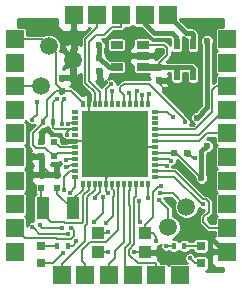
<source format=gbr>
G04 #@! TF.FileFunction,Copper,L1,Top,Signal*
%FSLAX46Y46*%
G04 Gerber Fmt 4.6, Leading zero omitted, Abs format (unit mm)*
G04 Created by KiCad (PCBNEW 4.0.7) date 07/19/18 20:32:37*
%MOMM*%
%LPD*%
G01*
G04 APERTURE LIST*
%ADD10C,0.100000*%
%ADD11R,1.500000X1.500000*%
%ADD12R,0.500000X0.600000*%
%ADD13R,0.600000X0.500000*%
%ADD14R,0.797560X0.797560*%
%ADD15R,0.400000X0.600000*%
%ADD16R,1.100000X1.900000*%
%ADD17R,0.500000X0.900000*%
%ADD18C,1.500000*%
%ADD19R,0.300000X0.550000*%
%ADD20R,0.550000X0.300000*%
%ADD21R,5.600000X5.600000*%
%ADD22R,1.000000X1.000000*%
%ADD23R,1.060000X0.650000*%
%ADD24C,0.600000*%
%ADD25C,0.400000*%
%ADD26C,0.200000*%
%ADD27C,0.400000*%
%ADD28C,0.600000*%
%ADD29C,0.254000*%
G04 APERTURE END LIST*
D10*
D11*
X100000000Y-90000000D03*
X100000000Y-88000000D03*
X100000000Y-86000000D03*
X100000000Y-84000000D03*
X100000000Y-96000000D03*
X100000000Y-94000000D03*
X100000000Y-98000000D03*
X100000000Y-92000000D03*
X100000000Y-80000000D03*
X100000000Y-82000000D03*
X104000000Y-100000000D03*
X106000000Y-100000000D03*
X108000000Y-100000000D03*
X110000000Y-100000000D03*
X114000000Y-100000000D03*
X112000000Y-100000000D03*
X118000000Y-86000000D03*
X118000000Y-84000000D03*
X118000000Y-90000000D03*
X118000000Y-88000000D03*
X118000000Y-80000000D03*
X118000000Y-82000000D03*
X118000000Y-96000000D03*
X118000000Y-94000000D03*
X118000000Y-98000000D03*
X118000000Y-92000000D03*
X107000000Y-78000000D03*
X109000000Y-78000000D03*
X105000000Y-78000000D03*
X111000000Y-78000000D03*
X113000000Y-78000000D03*
D12*
X103570000Y-92600000D03*
X103570000Y-91500000D03*
D13*
X103370000Y-89950000D03*
X102270000Y-89950000D03*
D12*
X102270000Y-92600000D03*
X102270000Y-91500000D03*
D13*
X103370000Y-88700000D03*
X102270000Y-88700000D03*
D12*
X112190000Y-82400000D03*
X112190000Y-83500000D03*
X107170000Y-81580000D03*
X107170000Y-82680000D03*
D13*
X113520000Y-89650000D03*
X114620000Y-89650000D03*
D12*
X103970000Y-84400000D03*
X103970000Y-83300000D03*
D14*
X115750000Y-98999300D03*
X115750000Y-97500700D03*
X102250000Y-98999300D03*
X102250000Y-97500700D03*
D15*
X102370000Y-87000000D03*
X103270000Y-87000000D03*
X113470000Y-97500000D03*
X114370000Y-97500000D03*
X104520000Y-97500000D03*
X103620000Y-97500000D03*
D16*
X102370000Y-94350000D03*
X104970000Y-94350000D03*
D17*
X115120000Y-83050000D03*
X115120000Y-80450000D03*
X113720000Y-83050000D03*
X113720000Y-80450000D03*
D18*
X113020000Y-95950000D03*
X114545000Y-94200000D03*
D19*
X105770000Y-92275000D03*
X106270000Y-92275000D03*
X106770000Y-92275000D03*
X107270000Y-92275000D03*
X107770000Y-92275000D03*
X108270000Y-92275000D03*
X108770000Y-92275000D03*
X109270000Y-92275000D03*
X109770000Y-92275000D03*
X110270000Y-92275000D03*
X110770000Y-92275000D03*
X111270000Y-92275000D03*
D20*
X111895000Y-91650000D03*
X111895000Y-91150000D03*
X111895000Y-90650000D03*
X111895000Y-90150000D03*
X111895000Y-89650000D03*
X111895000Y-89150000D03*
X111895000Y-88650000D03*
X111895000Y-88150000D03*
X111895000Y-87650000D03*
X111895000Y-87150000D03*
X111895000Y-86650000D03*
X111895000Y-86150000D03*
D19*
X111270000Y-85525000D03*
X110770000Y-85525000D03*
X110270000Y-85525000D03*
X109770000Y-85525000D03*
X109270000Y-85525000D03*
X108770000Y-85525000D03*
X108270000Y-85525000D03*
X107770000Y-85525000D03*
X107270000Y-85525000D03*
X106770000Y-85525000D03*
X106270000Y-85525000D03*
X105770000Y-85525000D03*
D20*
X105145000Y-86150000D03*
X105145000Y-86650000D03*
X105145000Y-87150000D03*
X105145000Y-87650000D03*
X105145000Y-88150000D03*
X105145000Y-88650000D03*
X105145000Y-89150000D03*
X105145000Y-89650000D03*
X105145000Y-90150000D03*
X105145000Y-90650000D03*
X105145000Y-91150000D03*
X105145000Y-91650000D03*
D21*
X108520000Y-88900000D03*
D22*
X111020000Y-96450000D03*
X107020000Y-98050000D03*
X111020000Y-98050000D03*
X107020000Y-96450000D03*
D18*
X102870000Y-80575000D03*
X104945000Y-81750000D03*
X102245000Y-84000000D03*
D23*
X110830000Y-82380000D03*
X110830000Y-81430000D03*
X110830000Y-80480000D03*
X108630000Y-80480000D03*
X108630000Y-82380000D03*
D24*
X114400000Y-81610000D03*
X101940000Y-78970000D03*
X112770000Y-84280000D03*
X107280000Y-83500000D03*
X109710000Y-81430000D03*
X112110000Y-81250000D03*
X105270000Y-83475000D03*
D25*
X116420000Y-95275000D03*
X116395000Y-92650000D03*
X116495000Y-91500000D03*
X107914719Y-98053846D03*
X101570000Y-89850000D03*
X107920000Y-93000000D03*
D24*
X106020000Y-84550000D03*
X105020000Y-79600000D03*
D25*
X110120000Y-98050000D03*
X104370000Y-88650000D03*
X115266793Y-90103207D03*
X102270000Y-90700000D03*
X102220000Y-88100000D03*
X116220000Y-96450000D03*
X108520000Y-88900000D03*
D24*
X107180000Y-80550000D03*
D25*
X107720000Y-95600000D03*
X104070000Y-98150000D03*
D24*
X115820000Y-91800000D03*
X116270000Y-89050000D03*
X115420000Y-86650000D03*
X116270000Y-80150000D03*
D25*
X114820000Y-98550000D03*
X112320000Y-93050000D03*
X104320000Y-90250000D03*
X112008302Y-97101622D03*
X107901802Y-96381802D03*
X112370000Y-92450000D03*
X104424727Y-88102727D03*
X103570000Y-85050000D03*
X112220000Y-93600000D03*
X104320000Y-90800000D03*
X104170016Y-92796054D03*
X102122388Y-95786858D03*
X104001028Y-96014385D03*
X111273521Y-93492756D03*
X115970011Y-94009607D03*
X114420000Y-87050000D03*
X106790865Y-93449990D03*
X103970147Y-87213193D03*
X104220000Y-85050002D03*
X104795540Y-96000011D03*
X112870000Y-90750000D03*
X101494365Y-95925564D03*
X104518987Y-96497324D03*
X113270000Y-90300000D03*
X113370000Y-86600000D03*
X111370000Y-84700000D03*
X110774027Y-84765738D03*
X110366276Y-84396629D03*
X101450643Y-86830338D03*
X101857968Y-85319838D03*
X109720000Y-84600000D03*
X108275710Y-84425983D03*
X108176359Y-83788012D03*
X105212625Y-97106102D03*
X107493822Y-93376516D03*
X106720000Y-95481248D03*
X104520000Y-87200000D03*
X112820000Y-97550000D03*
X110620000Y-95500000D03*
X110520000Y-93700000D03*
X104720000Y-93000000D03*
D26*
X112190000Y-83500000D02*
X112190000Y-83700000D01*
X112190000Y-83700000D02*
X112770000Y-84280000D01*
X107170000Y-82680000D02*
X107170000Y-83390000D01*
X107170000Y-83390000D02*
X107280000Y-83500000D01*
D27*
X110830000Y-81430000D02*
X109710000Y-81430000D01*
X110830000Y-81430000D02*
X111930000Y-81430000D01*
X111930000Y-81430000D02*
X112110000Y-81250000D01*
D28*
X104945000Y-81750000D02*
X104945000Y-83150000D01*
X104945000Y-83150000D02*
X105270000Y-83475000D01*
X104945000Y-80900000D02*
X105020000Y-80825000D01*
X105020000Y-80825000D02*
X105020000Y-79600000D01*
X104945000Y-81750000D02*
X104945000Y-80900000D01*
D26*
X116770000Y-94925000D02*
X116420000Y-95275000D01*
X116770023Y-94925000D02*
X116770000Y-94925000D01*
X116395000Y-92650000D02*
X116395000Y-93273604D01*
X116395000Y-93273604D02*
X116770023Y-93648627D01*
X116770023Y-93648627D02*
X116770023Y-94925000D01*
X116495000Y-91500000D02*
X116495000Y-92550000D01*
X116495000Y-92550000D02*
X116395000Y-92650000D01*
X107910873Y-98050000D02*
X107914719Y-98053846D01*
X107020000Y-98050000D02*
X107910873Y-98050000D01*
X101570000Y-89850000D02*
X102170000Y-89850000D01*
X102170000Y-89850000D02*
X102270000Y-89950000D01*
X107770000Y-92275000D02*
X107770000Y-92850000D01*
X107770000Y-92850000D02*
X107920000Y-93000000D01*
X106270000Y-85525000D02*
X106270000Y-84800000D01*
X106270000Y-84800000D02*
X106020000Y-84550000D01*
X105000000Y-78000000D02*
X105000000Y-79580000D01*
X105000000Y-79580000D02*
X105020000Y-79600000D01*
X111020000Y-98050000D02*
X110120000Y-98050000D01*
X105145000Y-88650000D02*
X104370000Y-88650000D01*
X115123207Y-90103207D02*
X115266793Y-90103207D01*
X114670000Y-89650000D02*
X115123207Y-90103207D01*
X114620000Y-89650000D02*
X114670000Y-89650000D01*
X102270000Y-88700000D02*
X102270000Y-88150000D01*
X102270000Y-88150000D02*
X102220000Y-88100000D01*
D27*
X118000000Y-98000000D02*
X117770000Y-98000000D01*
X117770000Y-98000000D02*
X116220000Y-96450000D01*
D26*
X103570000Y-91500000D02*
X103070000Y-91500000D01*
X103070000Y-91500000D02*
X102270000Y-90700000D01*
X102270000Y-91500000D02*
X102270000Y-90700000D01*
X102270000Y-89950000D02*
X102270000Y-90700000D01*
X106270000Y-85525000D02*
X106270000Y-86650000D01*
X106270000Y-86650000D02*
X108520000Y-88900000D01*
X105145000Y-88650000D02*
X108270000Y-88650000D01*
X108270000Y-88650000D02*
X108520000Y-88900000D01*
X111895000Y-89150000D02*
X108770000Y-89150000D01*
X108770000Y-89150000D02*
X108520000Y-88900000D01*
X107770000Y-92275000D02*
X107770000Y-91800000D01*
X107770000Y-91800000D02*
X108520000Y-91050000D01*
X108520000Y-91050000D02*
X108520000Y-88900000D01*
X104970000Y-93550000D02*
X104970000Y-93950000D01*
X105770000Y-92750000D02*
X104970000Y-93550000D01*
X104970000Y-93950000D02*
X104970000Y-94350000D01*
X105770000Y-92275000D02*
X105770000Y-92750000D01*
X103570000Y-93100000D02*
X104820000Y-94350000D01*
X103570000Y-92600000D02*
X103570000Y-93100000D01*
X104820000Y-94350000D02*
X104970000Y-94350000D01*
D27*
X116270000Y-80150000D02*
X116296966Y-80176966D01*
X116296966Y-80176966D02*
X116296966Y-85773034D01*
X116296966Y-85773034D02*
X115420000Y-86650000D01*
X107170000Y-81580000D02*
X107170000Y-80560000D01*
X107170000Y-80560000D02*
X107180000Y-80550000D01*
X108630000Y-82380000D02*
X107970000Y-82380000D01*
X107970000Y-82380000D02*
X107170000Y-81580000D01*
D26*
X102870000Y-80575000D02*
X102882923Y-80575000D01*
X102882923Y-80575000D02*
X103464732Y-81156809D01*
X102307923Y-80000000D02*
X102307923Y-80012923D01*
X102307923Y-80012923D02*
X102870000Y-80575000D01*
X100000000Y-80000000D02*
X102307923Y-80000000D01*
X103464732Y-81156809D02*
X103464732Y-83832336D01*
X103464732Y-83832336D02*
X103970000Y-84337604D01*
X103970000Y-84337604D02*
X103970000Y-84400000D01*
D27*
X115820000Y-91375736D02*
X115820000Y-91800000D01*
X115820000Y-89500000D02*
X115820000Y-91375736D01*
X116270000Y-89050000D02*
X115820000Y-89500000D01*
D26*
X108270000Y-92275000D02*
X108270000Y-92700000D01*
X108270000Y-92700000D02*
X108388005Y-92818005D01*
X108388005Y-92818005D02*
X108388005Y-93331995D01*
X108388005Y-93331995D02*
X108320000Y-93400000D01*
X108320000Y-93400000D02*
X108320000Y-95000000D01*
X108320000Y-95000000D02*
X107720000Y-95600000D01*
X115820000Y-91800000D02*
X113670000Y-89650000D01*
X113670000Y-89650000D02*
X113520000Y-89650000D01*
X105770000Y-85400000D02*
X105770000Y-85525000D01*
X104770000Y-84400000D02*
X105770000Y-85400000D01*
X103970000Y-84400000D02*
X104770000Y-84400000D01*
X102570001Y-89200001D02*
X101769999Y-89200001D01*
X103320000Y-89950000D02*
X102570001Y-89200001D01*
X101769999Y-89200001D02*
X101520000Y-88950002D01*
X103370000Y-89950000D02*
X103320000Y-89950000D01*
X101520000Y-87950000D02*
X102370000Y-87100000D01*
X102370000Y-87100000D02*
X102370000Y-87000000D01*
X101520000Y-88950002D02*
X101520000Y-87950000D01*
X102770000Y-85150000D02*
X103520000Y-84400000D01*
X102770000Y-86500000D02*
X102770000Y-85150000D01*
X103520000Y-84400000D02*
X103970000Y-84400000D01*
X102370000Y-86900000D02*
X102770000Y-86500000D01*
X102370000Y-87000000D02*
X102370000Y-86900000D01*
D27*
X103920000Y-84450000D02*
X103970000Y-84400000D01*
D26*
X111895000Y-89650000D02*
X113520000Y-89650000D01*
X103370000Y-89950000D02*
X103670000Y-89650000D01*
X103670000Y-89650000D02*
X105145000Y-89650000D01*
X102250000Y-98999300D02*
X103220700Y-98999300D01*
X103220700Y-98999300D02*
X104070000Y-98150000D01*
X115750000Y-98999300D02*
X115269300Y-98999300D01*
X115269300Y-98999300D02*
X114820000Y-98550000D01*
X105720001Y-95550001D02*
X105770001Y-95500001D01*
X106270000Y-92750000D02*
X106270000Y-92275000D01*
X104228182Y-95550001D02*
X105720001Y-95550001D01*
X105770001Y-95500001D02*
X105770001Y-93249999D01*
X102370000Y-94350000D02*
X102370000Y-94750000D01*
X103120000Y-95500000D02*
X104178181Y-95500000D01*
X102370000Y-94750000D02*
X103120000Y-95500000D01*
X104178181Y-95500000D02*
X104228182Y-95550001D01*
X105770001Y-93249999D02*
X106270000Y-92750000D01*
X102270000Y-92600000D02*
X102270000Y-94250000D01*
X102270000Y-94250000D02*
X102370000Y-94350000D01*
X103370000Y-88700000D02*
X103820000Y-89150000D01*
X103820000Y-89150000D02*
X105145000Y-89150000D01*
X109000000Y-78000000D02*
X108999999Y-78950001D01*
X106325699Y-83546705D02*
X107270000Y-84491006D01*
X108999999Y-78950001D02*
X108250001Y-78950001D01*
X108250001Y-78950001D02*
X107544791Y-79655211D01*
X107544791Y-79655211D02*
X106921017Y-79655211D01*
X106325699Y-80250529D02*
X106325699Y-83546705D01*
X106921017Y-79655211D02*
X106325699Y-80250529D01*
X107270000Y-84491006D02*
X107270000Y-85525000D01*
X107000000Y-78000000D02*
X107000000Y-78950000D01*
X107000000Y-78950000D02*
X105958374Y-79991626D01*
X105958374Y-79991626D02*
X105958374Y-83708371D01*
X105958374Y-83708371D02*
X106770000Y-84519997D01*
X106770000Y-84519997D02*
X106770000Y-85050000D01*
X106770000Y-85050000D02*
X106770000Y-85525000D01*
X112320000Y-93050000D02*
X113395000Y-93050000D01*
X113395000Y-93050000D02*
X114545000Y-94200000D01*
X105145000Y-90150000D02*
X104420000Y-90150000D01*
X104420000Y-90150000D02*
X104320000Y-90250000D01*
X100000000Y-84000000D02*
X100950000Y-84000000D01*
X100950000Y-84000000D02*
X102245000Y-84000000D01*
X112008302Y-96818780D02*
X112008302Y-97101622D01*
X112008302Y-96738302D02*
X112008302Y-96818780D01*
X111720000Y-96450000D02*
X112008302Y-96738302D01*
X111020000Y-96450000D02*
X111720000Y-96450000D01*
X107020000Y-96450000D02*
X107833604Y-96450000D01*
X107833604Y-96450000D02*
X107901802Y-96381802D01*
X112370000Y-92450000D02*
X112253998Y-92450000D01*
X112253998Y-92450000D02*
X111723522Y-92980476D01*
X111723522Y-92980476D02*
X111723522Y-95046478D01*
X111723522Y-95046478D02*
X111020000Y-95750000D01*
X111020000Y-95750000D02*
X111020000Y-96450000D01*
X104670000Y-87650000D02*
X104424727Y-87895273D01*
X104424727Y-87895273D02*
X104424727Y-88102727D01*
X104656805Y-87663195D02*
X104670000Y-87650000D01*
X103270000Y-87500000D02*
X103433195Y-87663195D01*
X103270000Y-87000000D02*
X103270000Y-87500000D01*
X103433195Y-87663195D02*
X104656805Y-87663195D01*
X104670000Y-87650000D02*
X105145000Y-87650000D01*
X103270000Y-87000000D02*
X103270000Y-85350000D01*
X103270000Y-85350000D02*
X103570000Y-85050000D01*
X112220000Y-93600000D02*
X113020000Y-94400000D01*
X113020000Y-94400000D02*
X113020000Y-95950000D01*
X105145000Y-90650000D02*
X104670000Y-90650000D01*
X104670000Y-90650000D02*
X104520000Y-90800000D01*
X104520000Y-90800000D02*
X104320000Y-90800000D01*
X110000000Y-100000000D02*
X109319987Y-99319987D01*
X109319987Y-97689019D02*
X109770000Y-97239006D01*
X109770000Y-97239006D02*
X109770000Y-94110992D01*
X109719988Y-94060980D02*
X109719988Y-92800012D01*
X109719988Y-92800012D02*
X109770000Y-92750000D01*
X109770000Y-92750000D02*
X109770000Y-92275000D01*
X109319987Y-99319987D02*
X109319987Y-97689019D01*
X109770000Y-94110992D02*
X109719988Y-94060980D01*
X110069999Y-93483999D02*
X110069999Y-93916001D01*
X112000000Y-99050000D02*
X112000000Y-100000000D01*
X110403995Y-98999999D02*
X111949999Y-98999999D01*
X109669998Y-97833998D02*
X109669998Y-98266002D01*
X110136061Y-97367935D02*
X109669998Y-97833998D01*
X110069999Y-93916001D02*
X110136061Y-93982063D01*
X111949999Y-98999999D02*
X112000000Y-99050000D01*
X110136061Y-93982063D02*
X110136061Y-97367935D01*
X110270000Y-92275000D02*
X110270000Y-93283998D01*
X109669998Y-98266002D02*
X110403995Y-98999999D01*
X110270000Y-93283998D02*
X110069999Y-93483999D01*
X104170016Y-92513212D02*
X104170016Y-92796054D01*
X104170016Y-91649984D02*
X104170016Y-92513212D01*
X104670000Y-91150000D02*
X104170016Y-91649984D01*
X105145000Y-91150000D02*
X104670000Y-91150000D01*
X102322387Y-95986857D02*
X102122388Y-95786858D01*
X102349915Y-96014385D02*
X102322387Y-95986857D01*
X104001028Y-96014385D02*
X102349915Y-96014385D01*
X111270000Y-92275000D02*
X111270000Y-93489235D01*
X111270000Y-93489235D02*
X111273521Y-93492756D01*
X111895000Y-91650000D02*
X113505910Y-91650000D01*
X115865517Y-94009607D02*
X115970011Y-94009607D01*
X113505910Y-91650000D02*
X115865517Y-94009607D01*
X117050000Y-96000000D02*
X118000000Y-96000000D01*
X115969998Y-95491002D02*
X116478996Y-96000000D01*
X115969998Y-95058998D02*
X115969998Y-95491002D01*
X116420013Y-93793605D02*
X116420013Y-94608983D01*
X115943609Y-93559605D02*
X116186013Y-93559605D01*
X113584005Y-91200001D02*
X115943609Y-93559605D01*
X111895000Y-91150000D02*
X112370000Y-91150000D01*
X116186013Y-93559605D02*
X116420013Y-93793605D01*
X112420001Y-91200001D02*
X113584005Y-91200001D01*
X116420013Y-94608983D02*
X115969998Y-95058998D01*
X112370000Y-91150000D02*
X112420001Y-91200001D01*
X116478996Y-96000000D02*
X117050000Y-96000000D01*
X109270000Y-85525000D02*
X109270000Y-84768692D01*
X109270000Y-84768692D02*
X108919999Y-84418691D01*
X111338480Y-83786083D02*
X114420000Y-86867603D01*
X114420000Y-86867603D02*
X114420000Y-87050000D01*
X108919999Y-84418691D02*
X108919999Y-84085999D01*
X108919999Y-84085999D02*
X109219915Y-83786083D01*
X109219915Y-83786083D02*
X111338480Y-83786083D01*
X105919333Y-97130667D02*
X105919333Y-95845659D01*
X105919333Y-95845659D02*
X106120012Y-95644980D01*
X106120012Y-95644980D02*
X106120012Y-93399988D01*
X104000000Y-99050000D02*
X105919333Y-97130667D01*
X104000000Y-100000000D02*
X104000000Y-99050000D01*
X106770000Y-92750000D02*
X106770000Y-92275000D01*
X106120012Y-93399988D02*
X106770000Y-92750000D01*
X106990864Y-93249991D02*
X106790865Y-93449990D01*
X107270000Y-92934336D02*
X106990864Y-93213472D01*
X107270000Y-92275000D02*
X107270000Y-92934336D01*
X106990864Y-93213472D02*
X106990864Y-93249991D01*
X103970147Y-86930351D02*
X103970147Y-87213193D01*
X103970147Y-85299855D02*
X103970147Y-86930351D01*
X104220000Y-85050002D02*
X103970147Y-85299855D01*
X106353995Y-97200001D02*
X107720001Y-97200001D01*
X105719998Y-97833998D02*
X106353995Y-97200001D01*
X105719998Y-98769998D02*
X105719998Y-97833998D01*
X106000000Y-100000000D02*
X106000000Y-99050000D01*
X108770000Y-92750000D02*
X108770000Y-92275000D01*
X108770000Y-96150002D02*
X108770000Y-92750000D01*
X107720001Y-97200001D02*
X108770000Y-96150002D01*
X106000000Y-99050000D02*
X105719998Y-98769998D01*
X108000000Y-100000000D02*
X108000000Y-99050000D01*
X108000000Y-99050000D02*
X108499222Y-98550778D01*
X108499222Y-98550778D02*
X108499222Y-97936782D01*
X108499222Y-97936782D02*
X109270000Y-97166004D01*
X109270000Y-97166004D02*
X109270000Y-92750000D01*
X109270000Y-92750000D02*
X109270000Y-92275000D01*
X103505915Y-96851919D02*
X103601322Y-96947326D01*
X104734989Y-96947326D02*
X104995539Y-96686776D01*
X103601322Y-96947326D02*
X104734989Y-96947326D01*
X100851919Y-96851919D02*
X103505915Y-96851919D01*
X104995539Y-96686776D02*
X104995539Y-96200010D01*
X100000000Y-96000000D02*
X100851919Y-96851919D01*
X104995539Y-96200010D02*
X104795540Y-96000011D01*
X111895000Y-90650000D02*
X112770000Y-90650000D01*
X112770000Y-90650000D02*
X112870000Y-90750000D01*
X111945000Y-90700000D02*
X111895000Y-90650000D01*
X101694364Y-96125563D02*
X101494365Y-95925564D01*
X104518987Y-96497324D02*
X102066125Y-96497324D01*
X102066125Y-96497324D02*
X101694364Y-96125563D01*
X113270000Y-90300000D02*
X113120000Y-90150000D01*
X113120000Y-90150000D02*
X111895000Y-90150000D01*
X115605998Y-88650000D02*
X116255998Y-88000000D01*
X111895000Y-88650000D02*
X115605998Y-88650000D01*
X117050000Y-88000000D02*
X118000000Y-88000000D01*
X116255998Y-88000000D02*
X117050000Y-88000000D01*
X111895000Y-88150000D02*
X115611008Y-88150000D01*
X117761008Y-86000000D02*
X118000000Y-86000000D01*
X115611008Y-88150000D02*
X117761008Y-86000000D01*
X117050000Y-84000000D02*
X118000000Y-84000000D01*
X116746977Y-86173023D02*
X116746977Y-84303023D01*
X115270000Y-87650000D02*
X116746977Y-86173023D01*
X111895000Y-87650000D02*
X115270000Y-87650000D01*
X116746977Y-84303023D02*
X117050000Y-84000000D01*
X111895000Y-86150000D02*
X112920000Y-86150000D01*
X112920000Y-86150000D02*
X113370000Y-86600000D01*
X111270000Y-85525000D02*
X111270000Y-84800000D01*
X111270000Y-84800000D02*
X111370000Y-84700000D01*
X110770000Y-84769765D02*
X110774027Y-84765738D01*
X110770000Y-85525000D02*
X110770000Y-84769765D01*
X110270000Y-85525000D02*
X110270000Y-84492905D01*
X110270000Y-84492905D02*
X110366276Y-84396629D01*
X101857968Y-86423013D02*
X101650642Y-86630339D01*
X101857968Y-85319838D02*
X101857968Y-86423013D01*
X101650642Y-86630339D02*
X101450643Y-86830338D01*
X109770000Y-85525000D02*
X109770000Y-84650000D01*
X109770000Y-84650000D02*
X109720000Y-84600000D01*
X108270000Y-85525000D02*
X108270000Y-84431693D01*
X108270000Y-84431693D02*
X108275710Y-84425983D01*
X107770000Y-84194371D02*
X107976360Y-83988011D01*
X107770000Y-85525000D02*
X107770000Y-84194371D01*
X107976360Y-83988011D02*
X108176359Y-83788012D01*
X105212625Y-97207375D02*
X105212625Y-97106102D01*
X104520000Y-97500000D02*
X104920000Y-97500000D01*
X104920000Y-97500000D02*
X105212625Y-97207375D01*
X107493822Y-94707426D02*
X107493822Y-93659358D01*
X107493822Y-93659358D02*
X107493822Y-93376516D01*
X106720000Y-95481248D02*
X107493822Y-94707426D01*
X105145000Y-87150000D02*
X104570000Y-87150000D01*
X104570000Y-87150000D02*
X104520000Y-87200000D01*
X112820000Y-97550000D02*
X113420000Y-97550000D01*
X113420000Y-97550000D02*
X113470000Y-97500000D01*
X110520000Y-93700000D02*
X110520000Y-95400000D01*
X110520000Y-95400000D02*
X110620000Y-95500000D01*
X105145000Y-91650000D02*
X105145000Y-92575000D01*
X105145000Y-92575000D02*
X104720000Y-93000000D01*
X110830000Y-80480000D02*
X112666312Y-80480000D01*
X112666312Y-80480000D02*
X112915712Y-80729400D01*
X112915712Y-80729400D02*
X112915712Y-81340635D01*
X112915712Y-81340635D02*
X112190000Y-82066347D01*
X112190000Y-82066347D02*
X112190000Y-82400000D01*
D27*
X113520000Y-82400000D02*
X114940000Y-82400000D01*
X114940000Y-82400000D02*
X115120000Y-82580000D01*
X115120000Y-82580000D02*
X115120000Y-83050000D01*
X113520000Y-82400000D02*
X113720000Y-82600000D01*
X113720000Y-82600000D02*
X113720000Y-83050000D01*
X112190000Y-82400000D02*
X113520000Y-82400000D01*
D28*
X110830000Y-82380000D02*
X112170000Y-82380000D01*
X112170000Y-82380000D02*
X112190000Y-82400000D01*
D27*
X113000000Y-78000000D02*
X114500000Y-79500000D01*
X114500000Y-79500000D02*
X115020000Y-79500000D01*
X115020000Y-79500000D02*
X115120000Y-79600000D01*
X115120000Y-79600000D02*
X115120000Y-80450000D01*
X113720000Y-80450000D02*
X113720000Y-80250000D01*
X113670000Y-80200000D02*
X113670000Y-79850000D01*
X113720000Y-80250000D02*
X113670000Y-80200000D01*
X111000000Y-78731110D02*
X111000000Y-78000000D01*
X113670000Y-79850000D02*
X113320000Y-79500000D01*
X113320000Y-79500000D02*
X111768890Y-79500000D01*
X111768890Y-79500000D02*
X111000000Y-78731110D01*
D26*
X103620000Y-97500000D02*
X102250700Y-97500000D01*
X102250700Y-97500000D02*
X102250000Y-97500700D01*
X115749300Y-97500000D02*
X115750000Y-97500700D01*
X114370000Y-97500000D02*
X115749300Y-97500000D01*
D29*
G36*
X113602821Y-93790980D02*
X113518179Y-93994821D01*
X113517822Y-94403387D01*
X113673844Y-94780989D01*
X113962492Y-95070140D01*
X114339821Y-95226821D01*
X114748387Y-95227178D01*
X115125989Y-95071156D01*
X115415140Y-94782508D01*
X115571821Y-94405179D01*
X115571925Y-94285996D01*
X115699459Y-94413752D01*
X115874714Y-94486524D01*
X116009196Y-94486642D01*
X115703419Y-94792419D01*
X115621695Y-94914726D01*
X115592998Y-95058998D01*
X115592998Y-95491002D01*
X115621695Y-95635274D01*
X115703419Y-95757581D01*
X116212417Y-96266579D01*
X116334724Y-96348303D01*
X116478996Y-96377000D01*
X116967574Y-96377000D01*
X116967574Y-96679666D01*
X116890302Y-96711673D01*
X116711673Y-96890301D01*
X116615000Y-97123690D01*
X116615000Y-97714250D01*
X116773750Y-97873000D01*
X117673000Y-97873000D01*
X117673000Y-98127000D01*
X116773750Y-98127000D01*
X116615000Y-98285750D01*
X116615000Y-98876310D01*
X116711673Y-99109699D01*
X116890302Y-99288327D01*
X117123691Y-99385000D01*
X117673000Y-99385000D01*
X117673000Y-99673000D01*
X116188671Y-99673000D01*
X116251430Y-99661191D01*
X116345707Y-99600525D01*
X116408955Y-99507960D01*
X116431206Y-99398080D01*
X116431206Y-98600520D01*
X116411891Y-98497870D01*
X116351225Y-98403593D01*
X116258660Y-98340345D01*
X116148780Y-98318094D01*
X115351220Y-98318094D01*
X115248570Y-98337409D01*
X115248336Y-98337559D01*
X115224617Y-98280154D01*
X115090552Y-98145855D01*
X114915297Y-98073083D01*
X114725535Y-98072917D01*
X114550154Y-98145383D01*
X114415855Y-98279448D01*
X114343083Y-98454703D01*
X114342917Y-98644465D01*
X114415383Y-98819846D01*
X114549448Y-98954145D01*
X114581789Y-98967574D01*
X113250000Y-98967574D01*
X113147350Y-98986889D01*
X113053073Y-99047555D01*
X112999421Y-99126076D01*
X112952445Y-99053073D01*
X112859880Y-98989825D01*
X112750000Y-98967574D01*
X112360605Y-98967574D01*
X112348303Y-98905728D01*
X112266579Y-98783421D01*
X112216578Y-98733420D01*
X112149821Y-98688814D01*
X112155000Y-98676310D01*
X112155000Y-98335750D01*
X111996250Y-98177000D01*
X111147000Y-98177000D01*
X111147000Y-98197000D01*
X110893000Y-98197000D01*
X110893000Y-98177000D01*
X110873000Y-98177000D01*
X110873000Y-97923000D01*
X110893000Y-97923000D01*
X110893000Y-97903000D01*
X111147000Y-97903000D01*
X111147000Y-97923000D01*
X111996250Y-97923000D01*
X112155000Y-97764250D01*
X112155000Y-97557123D01*
X112278148Y-97506239D01*
X112352505Y-97432011D01*
X112343083Y-97454703D01*
X112342917Y-97644465D01*
X112415383Y-97819846D01*
X112549448Y-97954145D01*
X112724703Y-98026917D01*
X112914465Y-98027083D01*
X113050730Y-97970780D01*
X113067555Y-97996927D01*
X113160120Y-98060175D01*
X113270000Y-98082426D01*
X113670000Y-98082426D01*
X113772650Y-98063111D01*
X113866927Y-98002445D01*
X113920579Y-97923924D01*
X113967555Y-97996927D01*
X114060120Y-98060175D01*
X114170000Y-98082426D01*
X114570000Y-98082426D01*
X114672650Y-98063111D01*
X114766927Y-98002445D01*
X114830175Y-97909880D01*
X114836833Y-97877000D01*
X115068794Y-97877000D01*
X115068794Y-97899480D01*
X115088109Y-98002130D01*
X115148775Y-98096407D01*
X115241340Y-98159655D01*
X115351220Y-98181906D01*
X116148780Y-98181906D01*
X116251430Y-98162591D01*
X116345707Y-98101925D01*
X116408955Y-98009360D01*
X116431206Y-97899480D01*
X116431206Y-97101920D01*
X116411891Y-96999270D01*
X116351225Y-96904993D01*
X116258660Y-96841745D01*
X116148780Y-96819494D01*
X115351220Y-96819494D01*
X115248570Y-96838809D01*
X115154293Y-96899475D01*
X115091045Y-96992040D01*
X115068794Y-97101920D01*
X115068794Y-97123000D01*
X114837937Y-97123000D01*
X114833111Y-97097350D01*
X114772445Y-97003073D01*
X114679880Y-96939825D01*
X114570000Y-96917574D01*
X114170000Y-96917574D01*
X114067350Y-96936889D01*
X113973073Y-96997555D01*
X113919421Y-97076076D01*
X113872445Y-97003073D01*
X113779880Y-96939825D01*
X113670000Y-96917574D01*
X113367640Y-96917574D01*
X113600989Y-96821156D01*
X113890140Y-96532508D01*
X114046821Y-96155179D01*
X114047178Y-95746613D01*
X113891156Y-95369011D01*
X113602508Y-95079860D01*
X113397000Y-94994525D01*
X113397000Y-94400000D01*
X113368303Y-94255728D01*
X113286579Y-94133421D01*
X112697049Y-93543891D01*
X112697083Y-93505535D01*
X112664633Y-93427000D01*
X113238842Y-93427000D01*
X113602821Y-93790980D01*
X113602821Y-93790980D01*
G37*
X113602821Y-93790980D02*
X113518179Y-93994821D01*
X113517822Y-94403387D01*
X113673844Y-94780989D01*
X113962492Y-95070140D01*
X114339821Y-95226821D01*
X114748387Y-95227178D01*
X115125989Y-95071156D01*
X115415140Y-94782508D01*
X115571821Y-94405179D01*
X115571925Y-94285996D01*
X115699459Y-94413752D01*
X115874714Y-94486524D01*
X116009196Y-94486642D01*
X115703419Y-94792419D01*
X115621695Y-94914726D01*
X115592998Y-95058998D01*
X115592998Y-95491002D01*
X115621695Y-95635274D01*
X115703419Y-95757581D01*
X116212417Y-96266579D01*
X116334724Y-96348303D01*
X116478996Y-96377000D01*
X116967574Y-96377000D01*
X116967574Y-96679666D01*
X116890302Y-96711673D01*
X116711673Y-96890301D01*
X116615000Y-97123690D01*
X116615000Y-97714250D01*
X116773750Y-97873000D01*
X117673000Y-97873000D01*
X117673000Y-98127000D01*
X116773750Y-98127000D01*
X116615000Y-98285750D01*
X116615000Y-98876310D01*
X116711673Y-99109699D01*
X116890302Y-99288327D01*
X117123691Y-99385000D01*
X117673000Y-99385000D01*
X117673000Y-99673000D01*
X116188671Y-99673000D01*
X116251430Y-99661191D01*
X116345707Y-99600525D01*
X116408955Y-99507960D01*
X116431206Y-99398080D01*
X116431206Y-98600520D01*
X116411891Y-98497870D01*
X116351225Y-98403593D01*
X116258660Y-98340345D01*
X116148780Y-98318094D01*
X115351220Y-98318094D01*
X115248570Y-98337409D01*
X115248336Y-98337559D01*
X115224617Y-98280154D01*
X115090552Y-98145855D01*
X114915297Y-98073083D01*
X114725535Y-98072917D01*
X114550154Y-98145383D01*
X114415855Y-98279448D01*
X114343083Y-98454703D01*
X114342917Y-98644465D01*
X114415383Y-98819846D01*
X114549448Y-98954145D01*
X114581789Y-98967574D01*
X113250000Y-98967574D01*
X113147350Y-98986889D01*
X113053073Y-99047555D01*
X112999421Y-99126076D01*
X112952445Y-99053073D01*
X112859880Y-98989825D01*
X112750000Y-98967574D01*
X112360605Y-98967574D01*
X112348303Y-98905728D01*
X112266579Y-98783421D01*
X112216578Y-98733420D01*
X112149821Y-98688814D01*
X112155000Y-98676310D01*
X112155000Y-98335750D01*
X111996250Y-98177000D01*
X111147000Y-98177000D01*
X111147000Y-98197000D01*
X110893000Y-98197000D01*
X110893000Y-98177000D01*
X110873000Y-98177000D01*
X110873000Y-97923000D01*
X110893000Y-97923000D01*
X110893000Y-97903000D01*
X111147000Y-97903000D01*
X111147000Y-97923000D01*
X111996250Y-97923000D01*
X112155000Y-97764250D01*
X112155000Y-97557123D01*
X112278148Y-97506239D01*
X112352505Y-97432011D01*
X112343083Y-97454703D01*
X112342917Y-97644465D01*
X112415383Y-97819846D01*
X112549448Y-97954145D01*
X112724703Y-98026917D01*
X112914465Y-98027083D01*
X113050730Y-97970780D01*
X113067555Y-97996927D01*
X113160120Y-98060175D01*
X113270000Y-98082426D01*
X113670000Y-98082426D01*
X113772650Y-98063111D01*
X113866927Y-98002445D01*
X113920579Y-97923924D01*
X113967555Y-97996927D01*
X114060120Y-98060175D01*
X114170000Y-98082426D01*
X114570000Y-98082426D01*
X114672650Y-98063111D01*
X114766927Y-98002445D01*
X114830175Y-97909880D01*
X114836833Y-97877000D01*
X115068794Y-97877000D01*
X115068794Y-97899480D01*
X115088109Y-98002130D01*
X115148775Y-98096407D01*
X115241340Y-98159655D01*
X115351220Y-98181906D01*
X116148780Y-98181906D01*
X116251430Y-98162591D01*
X116345707Y-98101925D01*
X116408955Y-98009360D01*
X116431206Y-97899480D01*
X116431206Y-97101920D01*
X116411891Y-96999270D01*
X116351225Y-96904993D01*
X116258660Y-96841745D01*
X116148780Y-96819494D01*
X115351220Y-96819494D01*
X115248570Y-96838809D01*
X115154293Y-96899475D01*
X115091045Y-96992040D01*
X115068794Y-97101920D01*
X115068794Y-97123000D01*
X114837937Y-97123000D01*
X114833111Y-97097350D01*
X114772445Y-97003073D01*
X114679880Y-96939825D01*
X114570000Y-96917574D01*
X114170000Y-96917574D01*
X114067350Y-96936889D01*
X113973073Y-96997555D01*
X113919421Y-97076076D01*
X113872445Y-97003073D01*
X113779880Y-96939825D01*
X113670000Y-96917574D01*
X113367640Y-96917574D01*
X113600989Y-96821156D01*
X113890140Y-96532508D01*
X114046821Y-96155179D01*
X114047178Y-95746613D01*
X113891156Y-95369011D01*
X113602508Y-95079860D01*
X113397000Y-94994525D01*
X113397000Y-94400000D01*
X113368303Y-94255728D01*
X113286579Y-94133421D01*
X112697049Y-93543891D01*
X112697083Y-93505535D01*
X112664633Y-93427000D01*
X113238842Y-93427000D01*
X113602821Y-93790980D01*
G36*
X107147000Y-97923000D02*
X107167000Y-97923000D01*
X107167000Y-98177000D01*
X107147000Y-98177000D01*
X107147000Y-98197000D01*
X106893000Y-98197000D01*
X106893000Y-98177000D01*
X106873000Y-98177000D01*
X106873000Y-97923000D01*
X106893000Y-97923000D01*
X106893000Y-97903000D01*
X107147000Y-97903000D01*
X107147000Y-97923000D01*
X107147000Y-97923000D01*
G37*
X107147000Y-97923000D02*
X107167000Y-97923000D01*
X107167000Y-98177000D01*
X107147000Y-98177000D01*
X107147000Y-98197000D01*
X106893000Y-98197000D01*
X106893000Y-98177000D01*
X106873000Y-98177000D01*
X106873000Y-97923000D01*
X106893000Y-97923000D01*
X106893000Y-97903000D01*
X107147000Y-97903000D01*
X107147000Y-97923000D01*
G36*
X100973560Y-86924803D02*
X101046026Y-87100184D01*
X101180091Y-87234483D01*
X101355346Y-87307255D01*
X101545108Y-87307421D01*
X101688788Y-87248054D01*
X101253421Y-87683421D01*
X101171697Y-87805728D01*
X101143000Y-87950000D01*
X101143000Y-88950002D01*
X101171697Y-89094274D01*
X101253421Y-89216581D01*
X101415701Y-89378861D01*
X101335000Y-89573690D01*
X101335000Y-89666250D01*
X101493750Y-89825000D01*
X102143000Y-89825000D01*
X102143000Y-89803000D01*
X102397000Y-89803000D01*
X102397000Y-89825000D01*
X102417000Y-89825000D01*
X102417000Y-90075000D01*
X102397000Y-90075000D01*
X102397000Y-90676250D01*
X102419750Y-90699000D01*
X102395000Y-90723750D01*
X102395000Y-91373000D01*
X103445000Y-91373000D01*
X103445000Y-90723750D01*
X103286250Y-90565000D01*
X103193690Y-90565000D01*
X103038916Y-90629110D01*
X103108327Y-90559699D01*
X103140335Y-90482426D01*
X103670000Y-90482426D01*
X103772650Y-90463111D01*
X103866885Y-90402472D01*
X103915383Y-90519846D01*
X103920420Y-90524891D01*
X103915855Y-90529448D01*
X103901093Y-90565000D01*
X103853750Y-90565000D01*
X103695000Y-90723750D01*
X103695000Y-91373000D01*
X103717000Y-91373000D01*
X103717000Y-91627000D01*
X103695000Y-91627000D01*
X103695000Y-91647000D01*
X103445000Y-91647000D01*
X103445000Y-91627000D01*
X102395000Y-91627000D01*
X102395000Y-91647000D01*
X102145000Y-91647000D01*
X102145000Y-91627000D01*
X101543750Y-91627000D01*
X101385000Y-91785750D01*
X101385000Y-91926309D01*
X101481673Y-92159698D01*
X101660301Y-92338327D01*
X101737574Y-92370335D01*
X101737574Y-92900000D01*
X101756889Y-93002650D01*
X101817555Y-93096927D01*
X101847772Y-93117574D01*
X101820000Y-93117574D01*
X101717350Y-93136889D01*
X101623073Y-93197555D01*
X101559825Y-93290120D01*
X101537574Y-93400000D01*
X101537574Y-95300000D01*
X101556889Y-95402650D01*
X101586486Y-95448644D01*
X101399900Y-95448481D01*
X101224519Y-95520947D01*
X101090220Y-95655012D01*
X101032426Y-95794196D01*
X101032426Y-95250000D01*
X101013111Y-95147350D01*
X100952445Y-95053073D01*
X100873924Y-94999421D01*
X100946927Y-94952445D01*
X101010175Y-94859880D01*
X101032426Y-94750000D01*
X101032426Y-93250000D01*
X101013111Y-93147350D01*
X100952445Y-93053073D01*
X100873924Y-92999421D01*
X100946927Y-92952445D01*
X101010175Y-92859880D01*
X101032426Y-92750000D01*
X101032426Y-91250000D01*
X101013111Y-91147350D01*
X100952445Y-91053073D01*
X100873924Y-90999421D01*
X100946927Y-90952445D01*
X101010175Y-90859880D01*
X101032426Y-90750000D01*
X101032426Y-90233750D01*
X101335000Y-90233750D01*
X101335000Y-90326310D01*
X101431673Y-90559699D01*
X101596975Y-90725000D01*
X101481673Y-90840302D01*
X101385000Y-91073691D01*
X101385000Y-91214250D01*
X101543750Y-91373000D01*
X102145000Y-91373000D01*
X102145000Y-90723750D01*
X102120250Y-90699000D01*
X102143000Y-90676250D01*
X102143000Y-90075000D01*
X101493750Y-90075000D01*
X101335000Y-90233750D01*
X101032426Y-90233750D01*
X101032426Y-89250000D01*
X101013111Y-89147350D01*
X100952445Y-89053073D01*
X100873924Y-88999421D01*
X100946927Y-88952445D01*
X101010175Y-88859880D01*
X101032426Y-88750000D01*
X101032426Y-87250000D01*
X101013111Y-87147350D01*
X100952445Y-87053073D01*
X100873924Y-86999421D01*
X100946927Y-86952445D01*
X100973570Y-86913452D01*
X100973560Y-86924803D01*
X100973560Y-86924803D01*
G37*
X100973560Y-86924803D02*
X101046026Y-87100184D01*
X101180091Y-87234483D01*
X101355346Y-87307255D01*
X101545108Y-87307421D01*
X101688788Y-87248054D01*
X101253421Y-87683421D01*
X101171697Y-87805728D01*
X101143000Y-87950000D01*
X101143000Y-88950002D01*
X101171697Y-89094274D01*
X101253421Y-89216581D01*
X101415701Y-89378861D01*
X101335000Y-89573690D01*
X101335000Y-89666250D01*
X101493750Y-89825000D01*
X102143000Y-89825000D01*
X102143000Y-89803000D01*
X102397000Y-89803000D01*
X102397000Y-89825000D01*
X102417000Y-89825000D01*
X102417000Y-90075000D01*
X102397000Y-90075000D01*
X102397000Y-90676250D01*
X102419750Y-90699000D01*
X102395000Y-90723750D01*
X102395000Y-91373000D01*
X103445000Y-91373000D01*
X103445000Y-90723750D01*
X103286250Y-90565000D01*
X103193690Y-90565000D01*
X103038916Y-90629110D01*
X103108327Y-90559699D01*
X103140335Y-90482426D01*
X103670000Y-90482426D01*
X103772650Y-90463111D01*
X103866885Y-90402472D01*
X103915383Y-90519846D01*
X103920420Y-90524891D01*
X103915855Y-90529448D01*
X103901093Y-90565000D01*
X103853750Y-90565000D01*
X103695000Y-90723750D01*
X103695000Y-91373000D01*
X103717000Y-91373000D01*
X103717000Y-91627000D01*
X103695000Y-91627000D01*
X103695000Y-91647000D01*
X103445000Y-91647000D01*
X103445000Y-91627000D01*
X102395000Y-91627000D01*
X102395000Y-91647000D01*
X102145000Y-91647000D01*
X102145000Y-91627000D01*
X101543750Y-91627000D01*
X101385000Y-91785750D01*
X101385000Y-91926309D01*
X101481673Y-92159698D01*
X101660301Y-92338327D01*
X101737574Y-92370335D01*
X101737574Y-92900000D01*
X101756889Y-93002650D01*
X101817555Y-93096927D01*
X101847772Y-93117574D01*
X101820000Y-93117574D01*
X101717350Y-93136889D01*
X101623073Y-93197555D01*
X101559825Y-93290120D01*
X101537574Y-93400000D01*
X101537574Y-95300000D01*
X101556889Y-95402650D01*
X101586486Y-95448644D01*
X101399900Y-95448481D01*
X101224519Y-95520947D01*
X101090220Y-95655012D01*
X101032426Y-95794196D01*
X101032426Y-95250000D01*
X101013111Y-95147350D01*
X100952445Y-95053073D01*
X100873924Y-94999421D01*
X100946927Y-94952445D01*
X101010175Y-94859880D01*
X101032426Y-94750000D01*
X101032426Y-93250000D01*
X101013111Y-93147350D01*
X100952445Y-93053073D01*
X100873924Y-92999421D01*
X100946927Y-92952445D01*
X101010175Y-92859880D01*
X101032426Y-92750000D01*
X101032426Y-91250000D01*
X101013111Y-91147350D01*
X100952445Y-91053073D01*
X100873924Y-90999421D01*
X100946927Y-90952445D01*
X101010175Y-90859880D01*
X101032426Y-90750000D01*
X101032426Y-90233750D01*
X101335000Y-90233750D01*
X101335000Y-90326310D01*
X101431673Y-90559699D01*
X101596975Y-90725000D01*
X101481673Y-90840302D01*
X101385000Y-91073691D01*
X101385000Y-91214250D01*
X101543750Y-91373000D01*
X102145000Y-91373000D01*
X102145000Y-90723750D01*
X102120250Y-90699000D01*
X102143000Y-90676250D01*
X102143000Y-90075000D01*
X101493750Y-90075000D01*
X101335000Y-90233750D01*
X101032426Y-90233750D01*
X101032426Y-89250000D01*
X101013111Y-89147350D01*
X100952445Y-89053073D01*
X100873924Y-88999421D01*
X100946927Y-88952445D01*
X101010175Y-88859880D01*
X101032426Y-88750000D01*
X101032426Y-87250000D01*
X101013111Y-87147350D01*
X100952445Y-87053073D01*
X100873924Y-86999421D01*
X100946927Y-86952445D01*
X100973570Y-86913452D01*
X100973560Y-86924803D01*
G36*
X116967574Y-88750000D02*
X116986889Y-88852650D01*
X117047555Y-88946927D01*
X117126076Y-89000579D01*
X117053073Y-89047555D01*
X116989825Y-89140120D01*
X116967574Y-89250000D01*
X116967574Y-90750000D01*
X116986889Y-90852650D01*
X117047555Y-90946927D01*
X117126076Y-91000579D01*
X117053073Y-91047555D01*
X116989825Y-91140120D01*
X116967574Y-91250000D01*
X116967574Y-92750000D01*
X116986889Y-92852650D01*
X117047555Y-92946927D01*
X117126076Y-93000579D01*
X117053073Y-93047555D01*
X116989825Y-93140120D01*
X116967574Y-93250000D01*
X116967574Y-94750000D01*
X116986889Y-94852650D01*
X117047555Y-94946927D01*
X117126076Y-95000579D01*
X117053073Y-95047555D01*
X116989825Y-95140120D01*
X116967574Y-95250000D01*
X116967574Y-95623000D01*
X116635154Y-95623000D01*
X116346998Y-95334844D01*
X116346998Y-95215156D01*
X116686592Y-94875562D01*
X116768316Y-94753255D01*
X116773538Y-94727000D01*
X116797013Y-94608983D01*
X116797013Y-93793605D01*
X116768316Y-93649333D01*
X116686592Y-93527026D01*
X116452592Y-93293026D01*
X116330285Y-93211302D01*
X116186013Y-93182605D01*
X116099767Y-93182605D01*
X113850584Y-90933422D01*
X113728277Y-90851698D01*
X113584005Y-90823001D01*
X113346937Y-90823001D01*
X113346977Y-90777068D01*
X113364465Y-90777083D01*
X113539846Y-90704617D01*
X113674145Y-90570552D01*
X113746917Y-90395297D01*
X113747035Y-90260193D01*
X115243038Y-91756196D01*
X115242900Y-91914269D01*
X115330558Y-92126417D01*
X115492729Y-92288871D01*
X115704724Y-92376900D01*
X115934269Y-92377100D01*
X116146417Y-92289442D01*
X116308871Y-92127271D01*
X116396900Y-91915276D01*
X116397100Y-91685731D01*
X116309442Y-91473583D01*
X116297000Y-91461119D01*
X116297000Y-89697580D01*
X116367495Y-89627085D01*
X116384269Y-89627100D01*
X116596417Y-89539442D01*
X116758871Y-89377271D01*
X116846900Y-89165276D01*
X116847100Y-88935731D01*
X116759442Y-88723583D01*
X116597271Y-88561129D01*
X116385276Y-88473100D01*
X116316116Y-88473040D01*
X116412156Y-88377000D01*
X116967574Y-88377000D01*
X116967574Y-88750000D01*
X116967574Y-88750000D01*
G37*
X116967574Y-88750000D02*
X116986889Y-88852650D01*
X117047555Y-88946927D01*
X117126076Y-89000579D01*
X117053073Y-89047555D01*
X116989825Y-89140120D01*
X116967574Y-89250000D01*
X116967574Y-90750000D01*
X116986889Y-90852650D01*
X117047555Y-90946927D01*
X117126076Y-91000579D01*
X117053073Y-91047555D01*
X116989825Y-91140120D01*
X116967574Y-91250000D01*
X116967574Y-92750000D01*
X116986889Y-92852650D01*
X117047555Y-92946927D01*
X117126076Y-93000579D01*
X117053073Y-93047555D01*
X116989825Y-93140120D01*
X116967574Y-93250000D01*
X116967574Y-94750000D01*
X116986889Y-94852650D01*
X117047555Y-94946927D01*
X117126076Y-95000579D01*
X117053073Y-95047555D01*
X116989825Y-95140120D01*
X116967574Y-95250000D01*
X116967574Y-95623000D01*
X116635154Y-95623000D01*
X116346998Y-95334844D01*
X116346998Y-95215156D01*
X116686592Y-94875562D01*
X116768316Y-94753255D01*
X116773538Y-94727000D01*
X116797013Y-94608983D01*
X116797013Y-93793605D01*
X116768316Y-93649333D01*
X116686592Y-93527026D01*
X116452592Y-93293026D01*
X116330285Y-93211302D01*
X116186013Y-93182605D01*
X116099767Y-93182605D01*
X113850584Y-90933422D01*
X113728277Y-90851698D01*
X113584005Y-90823001D01*
X113346937Y-90823001D01*
X113346977Y-90777068D01*
X113364465Y-90777083D01*
X113539846Y-90704617D01*
X113674145Y-90570552D01*
X113746917Y-90395297D01*
X113747035Y-90260193D01*
X115243038Y-91756196D01*
X115242900Y-91914269D01*
X115330558Y-92126417D01*
X115492729Y-92288871D01*
X115704724Y-92376900D01*
X115934269Y-92377100D01*
X116146417Y-92289442D01*
X116308871Y-92127271D01*
X116396900Y-91915276D01*
X116397100Y-91685731D01*
X116309442Y-91473583D01*
X116297000Y-91461119D01*
X116297000Y-89697580D01*
X116367495Y-89627085D01*
X116384269Y-89627100D01*
X116596417Y-89539442D01*
X116758871Y-89377271D01*
X116846900Y-89165276D01*
X116847100Y-88935731D01*
X116759442Y-88723583D01*
X116597271Y-88561129D01*
X116385276Y-88473100D01*
X116316116Y-88473040D01*
X116412156Y-88377000D01*
X116967574Y-88377000D01*
X116967574Y-88750000D01*
G36*
X114747000Y-89525000D02*
X114767000Y-89525000D01*
X114767000Y-89775000D01*
X114747000Y-89775000D01*
X114747000Y-89797000D01*
X114493000Y-89797000D01*
X114493000Y-89775000D01*
X114473000Y-89775000D01*
X114473000Y-89525000D01*
X114493000Y-89525000D01*
X114493000Y-89503000D01*
X114747000Y-89503000D01*
X114747000Y-89525000D01*
X114747000Y-89525000D01*
G37*
X114747000Y-89525000D02*
X114767000Y-89525000D01*
X114767000Y-89775000D01*
X114747000Y-89775000D01*
X114747000Y-89797000D01*
X114493000Y-89797000D01*
X114493000Y-89775000D01*
X114473000Y-89775000D01*
X114473000Y-89525000D01*
X114493000Y-89525000D01*
X114493000Y-89503000D01*
X114747000Y-89503000D01*
X114747000Y-89525000D01*
G36*
X108647000Y-88773000D02*
X108667000Y-88773000D01*
X108667000Y-89027000D01*
X108647000Y-89027000D01*
X108647000Y-89047000D01*
X108393000Y-89047000D01*
X108393000Y-89027000D01*
X108373000Y-89027000D01*
X108373000Y-88773000D01*
X108393000Y-88773000D01*
X108393000Y-88753000D01*
X108647000Y-88753000D01*
X108647000Y-88773000D01*
X108647000Y-88773000D01*
G37*
X108647000Y-88773000D02*
X108667000Y-88773000D01*
X108667000Y-89027000D01*
X108647000Y-89027000D01*
X108647000Y-89047000D01*
X108393000Y-89047000D01*
X108393000Y-89027000D01*
X108373000Y-89027000D01*
X108373000Y-88773000D01*
X108393000Y-88773000D01*
X108393000Y-88753000D01*
X108647000Y-88753000D01*
X108647000Y-88773000D01*
G36*
X102867555Y-87496927D02*
X102896295Y-87516564D01*
X102921697Y-87644272D01*
X103003421Y-87766579D01*
X103166616Y-87929775D01*
X103232430Y-87973750D01*
X103288923Y-88011498D01*
X103433195Y-88040195D01*
X103947781Y-88040195D01*
X103947644Y-88197192D01*
X104020110Y-88372573D01*
X104154175Y-88506872D01*
X104329430Y-88579644D01*
X104519192Y-88579810D01*
X104530833Y-88575000D01*
X104833329Y-88575000D01*
X104870000Y-88582426D01*
X105085000Y-88582426D01*
X105085000Y-88614250D01*
X105188324Y-88717574D01*
X104870000Y-88717574D01*
X104830534Y-88725000D01*
X104393750Y-88725000D01*
X104345750Y-88773000D01*
X103976158Y-88773000D01*
X103952426Y-88749268D01*
X103952426Y-88450000D01*
X103933111Y-88347350D01*
X103872445Y-88253073D01*
X103779880Y-88189825D01*
X103670000Y-88167574D01*
X103140335Y-88167574D01*
X103108327Y-88090301D01*
X102929698Y-87911673D01*
X102696309Y-87815000D01*
X102555750Y-87815000D01*
X102397000Y-87973750D01*
X102397000Y-88575000D01*
X102417000Y-88575000D01*
X102417000Y-88823001D01*
X102123000Y-88823001D01*
X102123000Y-88575000D01*
X102143000Y-88575000D01*
X102143000Y-87973750D01*
X102086204Y-87916954D01*
X102420733Y-87582426D01*
X102570000Y-87582426D01*
X102672650Y-87563111D01*
X102766927Y-87502445D01*
X102820579Y-87423924D01*
X102867555Y-87496927D01*
X102867555Y-87496927D01*
G37*
X102867555Y-87496927D02*
X102896295Y-87516564D01*
X102921697Y-87644272D01*
X103003421Y-87766579D01*
X103166616Y-87929775D01*
X103232430Y-87973750D01*
X103288923Y-88011498D01*
X103433195Y-88040195D01*
X103947781Y-88040195D01*
X103947644Y-88197192D01*
X104020110Y-88372573D01*
X104154175Y-88506872D01*
X104329430Y-88579644D01*
X104519192Y-88579810D01*
X104530833Y-88575000D01*
X104833329Y-88575000D01*
X104870000Y-88582426D01*
X105085000Y-88582426D01*
X105085000Y-88614250D01*
X105188324Y-88717574D01*
X104870000Y-88717574D01*
X104830534Y-88725000D01*
X104393750Y-88725000D01*
X104345750Y-88773000D01*
X103976158Y-88773000D01*
X103952426Y-88749268D01*
X103952426Y-88450000D01*
X103933111Y-88347350D01*
X103872445Y-88253073D01*
X103779880Y-88189825D01*
X103670000Y-88167574D01*
X103140335Y-88167574D01*
X103108327Y-88090301D01*
X102929698Y-87911673D01*
X102696309Y-87815000D01*
X102555750Y-87815000D01*
X102397000Y-87973750D01*
X102397000Y-88575000D01*
X102417000Y-88575000D01*
X102417000Y-88823001D01*
X102123000Y-88823001D01*
X102123000Y-88575000D01*
X102143000Y-88575000D01*
X102143000Y-87973750D01*
X102086204Y-87916954D01*
X102420733Y-87582426D01*
X102570000Y-87582426D01*
X102672650Y-87563111D01*
X102766927Y-87502445D01*
X102820579Y-87423924D01*
X102867555Y-87496927D01*
G36*
X117673000Y-78967574D02*
X117250000Y-78967574D01*
X117147350Y-78986889D01*
X117053073Y-79047555D01*
X116989825Y-79140120D01*
X116967574Y-79250000D01*
X116967574Y-80750000D01*
X116986889Y-80852650D01*
X117047555Y-80946927D01*
X117126076Y-81000579D01*
X117053073Y-81047555D01*
X116989825Y-81140120D01*
X116967574Y-81250000D01*
X116967574Y-82750000D01*
X116986889Y-82852650D01*
X117047555Y-82946927D01*
X117126076Y-83000579D01*
X117053073Y-83047555D01*
X116989825Y-83140120D01*
X116967574Y-83250000D01*
X116967574Y-83639395D01*
X116905728Y-83651697D01*
X116783421Y-83733421D01*
X116773966Y-83742876D01*
X116773966Y-80440919D01*
X116846900Y-80265276D01*
X116847100Y-80035731D01*
X116759442Y-79823583D01*
X116597271Y-79661129D01*
X116385276Y-79573100D01*
X116155731Y-79572900D01*
X115943583Y-79660558D01*
X115781129Y-79822729D01*
X115693100Y-80034724D01*
X115692900Y-80264269D01*
X115780558Y-80476417D01*
X115819966Y-80515894D01*
X115819966Y-85575454D01*
X115322505Y-86072915D01*
X115305731Y-86072900D01*
X115093583Y-86160558D01*
X114931129Y-86322729D01*
X114843100Y-86534724D01*
X114842900Y-86764269D01*
X114930558Y-86976417D01*
X115092729Y-87138871D01*
X115202422Y-87184420D01*
X115113842Y-87273000D01*
X114843890Y-87273000D01*
X114896917Y-87145297D01*
X114897083Y-86955535D01*
X114824617Y-86780154D01*
X114768405Y-86723844D01*
X114768303Y-86723331D01*
X114743403Y-86686066D01*
X114686579Y-86601023D01*
X112520555Y-84435000D01*
X112566310Y-84435000D01*
X112799699Y-84338327D01*
X112978327Y-84159698D01*
X113075000Y-83926309D01*
X113075000Y-83785750D01*
X112916250Y-83627000D01*
X112315000Y-83627000D01*
X112315000Y-83647000D01*
X112065000Y-83647000D01*
X112065000Y-83627000D01*
X112043000Y-83627000D01*
X112043000Y-83373000D01*
X112065000Y-83373000D01*
X112065000Y-83353000D01*
X112315000Y-83353000D01*
X112315000Y-83373000D01*
X112916250Y-83373000D01*
X113075000Y-83214250D01*
X113075000Y-83073691D01*
X112993528Y-82877000D01*
X113187574Y-82877000D01*
X113187574Y-83500000D01*
X113206889Y-83602650D01*
X113267555Y-83696927D01*
X113360120Y-83760175D01*
X113470000Y-83782426D01*
X113970000Y-83782426D01*
X114072650Y-83763111D01*
X114166927Y-83702445D01*
X114230175Y-83609880D01*
X114252426Y-83500000D01*
X114252426Y-82877000D01*
X114587574Y-82877000D01*
X114587574Y-83500000D01*
X114606889Y-83602650D01*
X114667555Y-83696927D01*
X114760120Y-83760175D01*
X114870000Y-83782426D01*
X115370000Y-83782426D01*
X115472650Y-83763111D01*
X115566927Y-83702445D01*
X115630175Y-83609880D01*
X115652426Y-83500000D01*
X115652426Y-82600000D01*
X115633111Y-82497350D01*
X115572445Y-82403073D01*
X115557719Y-82393011D01*
X115457290Y-82242710D01*
X115277290Y-82062710D01*
X115122540Y-81959309D01*
X114940000Y-81923000D01*
X112866505Y-81923000D01*
X113182291Y-81607214D01*
X113264015Y-81484907D01*
X113292712Y-81340635D01*
X113292712Y-81114116D01*
X113360120Y-81160175D01*
X113470000Y-81182426D01*
X113970000Y-81182426D01*
X114072650Y-81163111D01*
X114166927Y-81102445D01*
X114230175Y-81009880D01*
X114252426Y-80900000D01*
X114252426Y-80000000D01*
X114233111Y-79897350D01*
X114218414Y-79874511D01*
X114317459Y-79940691D01*
X114500000Y-79977000D01*
X114592232Y-79977000D01*
X114587574Y-80000000D01*
X114587574Y-80900000D01*
X114606889Y-81002650D01*
X114667555Y-81096927D01*
X114760120Y-81160175D01*
X114870000Y-81182426D01*
X115370000Y-81182426D01*
X115472650Y-81163111D01*
X115566927Y-81102445D01*
X115630175Y-81009880D01*
X115652426Y-80900000D01*
X115652426Y-80000000D01*
X115633111Y-79897350D01*
X115597000Y-79841232D01*
X115597000Y-79600000D01*
X115560691Y-79417460D01*
X115560691Y-79417459D01*
X115457290Y-79262710D01*
X115357290Y-79162710D01*
X115202540Y-79059309D01*
X115020000Y-79023000D01*
X114697580Y-79023000D01*
X114032426Y-78357846D01*
X114032426Y-78327000D01*
X117673000Y-78327000D01*
X117673000Y-78967574D01*
X117673000Y-78967574D01*
G37*
X117673000Y-78967574D02*
X117250000Y-78967574D01*
X117147350Y-78986889D01*
X117053073Y-79047555D01*
X116989825Y-79140120D01*
X116967574Y-79250000D01*
X116967574Y-80750000D01*
X116986889Y-80852650D01*
X117047555Y-80946927D01*
X117126076Y-81000579D01*
X117053073Y-81047555D01*
X116989825Y-81140120D01*
X116967574Y-81250000D01*
X116967574Y-82750000D01*
X116986889Y-82852650D01*
X117047555Y-82946927D01*
X117126076Y-83000579D01*
X117053073Y-83047555D01*
X116989825Y-83140120D01*
X116967574Y-83250000D01*
X116967574Y-83639395D01*
X116905728Y-83651697D01*
X116783421Y-83733421D01*
X116773966Y-83742876D01*
X116773966Y-80440919D01*
X116846900Y-80265276D01*
X116847100Y-80035731D01*
X116759442Y-79823583D01*
X116597271Y-79661129D01*
X116385276Y-79573100D01*
X116155731Y-79572900D01*
X115943583Y-79660558D01*
X115781129Y-79822729D01*
X115693100Y-80034724D01*
X115692900Y-80264269D01*
X115780558Y-80476417D01*
X115819966Y-80515894D01*
X115819966Y-85575454D01*
X115322505Y-86072915D01*
X115305731Y-86072900D01*
X115093583Y-86160558D01*
X114931129Y-86322729D01*
X114843100Y-86534724D01*
X114842900Y-86764269D01*
X114930558Y-86976417D01*
X115092729Y-87138871D01*
X115202422Y-87184420D01*
X115113842Y-87273000D01*
X114843890Y-87273000D01*
X114896917Y-87145297D01*
X114897083Y-86955535D01*
X114824617Y-86780154D01*
X114768405Y-86723844D01*
X114768303Y-86723331D01*
X114743403Y-86686066D01*
X114686579Y-86601023D01*
X112520555Y-84435000D01*
X112566310Y-84435000D01*
X112799699Y-84338327D01*
X112978327Y-84159698D01*
X113075000Y-83926309D01*
X113075000Y-83785750D01*
X112916250Y-83627000D01*
X112315000Y-83627000D01*
X112315000Y-83647000D01*
X112065000Y-83647000D01*
X112065000Y-83627000D01*
X112043000Y-83627000D01*
X112043000Y-83373000D01*
X112065000Y-83373000D01*
X112065000Y-83353000D01*
X112315000Y-83353000D01*
X112315000Y-83373000D01*
X112916250Y-83373000D01*
X113075000Y-83214250D01*
X113075000Y-83073691D01*
X112993528Y-82877000D01*
X113187574Y-82877000D01*
X113187574Y-83500000D01*
X113206889Y-83602650D01*
X113267555Y-83696927D01*
X113360120Y-83760175D01*
X113470000Y-83782426D01*
X113970000Y-83782426D01*
X114072650Y-83763111D01*
X114166927Y-83702445D01*
X114230175Y-83609880D01*
X114252426Y-83500000D01*
X114252426Y-82877000D01*
X114587574Y-82877000D01*
X114587574Y-83500000D01*
X114606889Y-83602650D01*
X114667555Y-83696927D01*
X114760120Y-83760175D01*
X114870000Y-83782426D01*
X115370000Y-83782426D01*
X115472650Y-83763111D01*
X115566927Y-83702445D01*
X115630175Y-83609880D01*
X115652426Y-83500000D01*
X115652426Y-82600000D01*
X115633111Y-82497350D01*
X115572445Y-82403073D01*
X115557719Y-82393011D01*
X115457290Y-82242710D01*
X115277290Y-82062710D01*
X115122540Y-81959309D01*
X114940000Y-81923000D01*
X112866505Y-81923000D01*
X113182291Y-81607214D01*
X113264015Y-81484907D01*
X113292712Y-81340635D01*
X113292712Y-81114116D01*
X113360120Y-81160175D01*
X113470000Y-81182426D01*
X113970000Y-81182426D01*
X114072650Y-81163111D01*
X114166927Y-81102445D01*
X114230175Y-81009880D01*
X114252426Y-80900000D01*
X114252426Y-80000000D01*
X114233111Y-79897350D01*
X114218414Y-79874511D01*
X114317459Y-79940691D01*
X114500000Y-79977000D01*
X114592232Y-79977000D01*
X114587574Y-80000000D01*
X114587574Y-80900000D01*
X114606889Y-81002650D01*
X114667555Y-81096927D01*
X114760120Y-81160175D01*
X114870000Y-81182426D01*
X115370000Y-81182426D01*
X115472650Y-81163111D01*
X115566927Y-81102445D01*
X115630175Y-81009880D01*
X115652426Y-80900000D01*
X115652426Y-80000000D01*
X115633111Y-79897350D01*
X115597000Y-79841232D01*
X115597000Y-79600000D01*
X115560691Y-79417460D01*
X115560691Y-79417459D01*
X115457290Y-79262710D01*
X115357290Y-79162710D01*
X115202540Y-79059309D01*
X115020000Y-79023000D01*
X114697580Y-79023000D01*
X114032426Y-78357846D01*
X114032426Y-78327000D01*
X117673000Y-78327000D01*
X117673000Y-78967574D01*
G36*
X105581374Y-83708371D02*
X105610071Y-83852643D01*
X105691795Y-83974950D01*
X106393000Y-84676156D01*
X106393000Y-84725750D01*
X106345000Y-84773750D01*
X106345000Y-85213329D01*
X106337574Y-85250000D01*
X106337574Y-85465000D01*
X106202426Y-85465000D01*
X106202426Y-85250000D01*
X106195000Y-85210534D01*
X106195000Y-84773750D01*
X106036250Y-84615000D01*
X105993690Y-84615000D01*
X105760301Y-84711673D01*
X105687567Y-84784408D01*
X105036579Y-84133421D01*
X104914272Y-84051697D01*
X104770000Y-84023000D01*
X104695025Y-84023000D01*
X104758327Y-83959698D01*
X104855000Y-83726309D01*
X104855000Y-83585750D01*
X104696250Y-83427000D01*
X104095000Y-83427000D01*
X104095000Y-83447000D01*
X103845000Y-83447000D01*
X103845000Y-83427000D01*
X103841732Y-83427000D01*
X103841732Y-83173000D01*
X103845000Y-83173000D01*
X103845000Y-83153000D01*
X104095000Y-83153000D01*
X104095000Y-83173000D01*
X104696250Y-83173000D01*
X104726806Y-83142444D01*
X104740171Y-83147201D01*
X105290448Y-83119230D01*
X105581374Y-82998724D01*
X105581374Y-83708371D01*
X105581374Y-83708371D01*
G37*
X105581374Y-83708371D02*
X105610071Y-83852643D01*
X105691795Y-83974950D01*
X106393000Y-84676156D01*
X106393000Y-84725750D01*
X106345000Y-84773750D01*
X106345000Y-85213329D01*
X106337574Y-85250000D01*
X106337574Y-85465000D01*
X106202426Y-85465000D01*
X106202426Y-85250000D01*
X106195000Y-85210534D01*
X106195000Y-84773750D01*
X106036250Y-84615000D01*
X105993690Y-84615000D01*
X105760301Y-84711673D01*
X105687567Y-84784408D01*
X105036579Y-84133421D01*
X104914272Y-84051697D01*
X104770000Y-84023000D01*
X104695025Y-84023000D01*
X104758327Y-83959698D01*
X104855000Y-83726309D01*
X104855000Y-83585750D01*
X104696250Y-83427000D01*
X104095000Y-83427000D01*
X104095000Y-83447000D01*
X103845000Y-83447000D01*
X103845000Y-83427000D01*
X103841732Y-83427000D01*
X103841732Y-83173000D01*
X103845000Y-83173000D01*
X103845000Y-83153000D01*
X104095000Y-83153000D01*
X104095000Y-83173000D01*
X104696250Y-83173000D01*
X104726806Y-83142444D01*
X104740171Y-83147201D01*
X105290448Y-83119230D01*
X105581374Y-82998724D01*
X105581374Y-83708371D01*
G36*
X107295000Y-82553000D02*
X107317000Y-82553000D01*
X107317000Y-82807000D01*
X107295000Y-82807000D01*
X107295000Y-83456250D01*
X107453750Y-83615000D01*
X107546310Y-83615000D01*
X107770224Y-83522252D01*
X107699442Y-83692715D01*
X107699408Y-83731805D01*
X107503421Y-83927792D01*
X107421697Y-84050099D01*
X107411834Y-84099682D01*
X106906701Y-83594549D01*
X107045000Y-83456250D01*
X107045000Y-82807000D01*
X107023000Y-82807000D01*
X107023000Y-82553000D01*
X107045000Y-82553000D01*
X107045000Y-82533000D01*
X107295000Y-82533000D01*
X107295000Y-82553000D01*
X107295000Y-82553000D01*
G37*
X107295000Y-82553000D02*
X107317000Y-82553000D01*
X107317000Y-82807000D01*
X107295000Y-82807000D01*
X107295000Y-83456250D01*
X107453750Y-83615000D01*
X107546310Y-83615000D01*
X107770224Y-83522252D01*
X107699442Y-83692715D01*
X107699408Y-83731805D01*
X107503421Y-83927792D01*
X107421697Y-84050099D01*
X107411834Y-84099682D01*
X106906701Y-83594549D01*
X107045000Y-83456250D01*
X107045000Y-82807000D01*
X107023000Y-82807000D01*
X107023000Y-82553000D01*
X107045000Y-82553000D01*
X107045000Y-82533000D01*
X107295000Y-82533000D01*
X107295000Y-82553000D01*
G36*
X110047555Y-78946927D02*
X110140120Y-79010175D01*
X110250000Y-79032426D01*
X110638673Y-79032426D01*
X110662710Y-79068400D01*
X111431600Y-79837290D01*
X111586350Y-79940691D01*
X111768890Y-79977000D01*
X113122420Y-79977000D01*
X113187574Y-80042154D01*
X113187574Y-80470727D01*
X113182291Y-80462821D01*
X112932891Y-80213421D01*
X112810584Y-80131697D01*
X112666312Y-80103000D01*
X111632641Y-80103000D01*
X111623111Y-80052350D01*
X111562445Y-79958073D01*
X111469880Y-79894825D01*
X111360000Y-79872574D01*
X110300000Y-79872574D01*
X110197350Y-79891889D01*
X110103073Y-79952555D01*
X110039825Y-80045120D01*
X110017574Y-80155000D01*
X110017574Y-80534666D01*
X109940302Y-80566673D01*
X109761673Y-80745301D01*
X109665000Y-80978690D01*
X109665000Y-81144250D01*
X109823750Y-81303000D01*
X110703000Y-81303000D01*
X110703000Y-81283000D01*
X110957000Y-81283000D01*
X110957000Y-81303000D01*
X111836250Y-81303000D01*
X111995000Y-81144250D01*
X111995000Y-80978690D01*
X111944594Y-80857000D01*
X112510154Y-80857000D01*
X112538712Y-80885558D01*
X112538712Y-81184477D01*
X111995000Y-81728189D01*
X111995000Y-81715750D01*
X111836250Y-81557000D01*
X110957000Y-81557000D01*
X110957000Y-81577000D01*
X110703000Y-81577000D01*
X110703000Y-81557000D01*
X109823750Y-81557000D01*
X109665000Y-81715750D01*
X109665000Y-81881310D01*
X109761673Y-82114699D01*
X109940302Y-82293327D01*
X110017574Y-82325334D01*
X110017574Y-82705000D01*
X110036889Y-82807650D01*
X110097555Y-82901927D01*
X110190120Y-82965175D01*
X110300000Y-82987426D01*
X111340732Y-82987426D01*
X111305000Y-83073691D01*
X111305000Y-83214250D01*
X111463748Y-83372998D01*
X111305000Y-83372998D01*
X111305000Y-83409083D01*
X109219915Y-83409083D01*
X109075643Y-83437780D01*
X108953336Y-83519504D01*
X108653420Y-83819420D01*
X108653332Y-83819552D01*
X108653442Y-83693547D01*
X108580976Y-83518166D01*
X108446911Y-83383867D01*
X108271656Y-83311095D01*
X108081894Y-83310929D01*
X107920346Y-83377679D01*
X107958327Y-83339698D01*
X108055000Y-83106309D01*
X108055000Y-82978313D01*
X108100000Y-82987426D01*
X109160000Y-82987426D01*
X109262650Y-82968111D01*
X109356927Y-82907445D01*
X109420175Y-82814880D01*
X109442426Y-82705000D01*
X109442426Y-82055000D01*
X109423111Y-81952350D01*
X109362445Y-81858073D01*
X109269880Y-81794825D01*
X109160000Y-81772574D01*
X108100000Y-81772574D01*
X108047107Y-81782527D01*
X107702426Y-81437846D01*
X107702426Y-81280000D01*
X107683111Y-81177350D01*
X107647000Y-81121232D01*
X107647000Y-80899104D01*
X107668871Y-80877271D01*
X107756900Y-80665276D01*
X107757100Y-80435731D01*
X107669442Y-80223583D01*
X107600979Y-80155000D01*
X107817574Y-80155000D01*
X107817574Y-80805000D01*
X107836889Y-80907650D01*
X107897555Y-81001927D01*
X107990120Y-81065175D01*
X108100000Y-81087426D01*
X109160000Y-81087426D01*
X109262650Y-81068111D01*
X109356927Y-81007445D01*
X109420175Y-80914880D01*
X109442426Y-80805000D01*
X109442426Y-80155000D01*
X109423111Y-80052350D01*
X109362445Y-79958073D01*
X109269880Y-79894825D01*
X109160000Y-79872574D01*
X108100000Y-79872574D01*
X107997350Y-79891889D01*
X107903073Y-79952555D01*
X107839825Y-80045120D01*
X107817574Y-80155000D01*
X107600979Y-80155000D01*
X107507271Y-80061129D01*
X107437630Y-80032211D01*
X107544791Y-80032211D01*
X107689063Y-80003514D01*
X107811370Y-79921790D01*
X108406160Y-79327001D01*
X108999999Y-79327001D01*
X109144271Y-79298304D01*
X109266578Y-79216580D01*
X109348302Y-79094273D01*
X109360604Y-79032426D01*
X109750000Y-79032426D01*
X109852650Y-79013111D01*
X109946927Y-78952445D01*
X110000579Y-78873924D01*
X110047555Y-78946927D01*
X110047555Y-78946927D01*
G37*
X110047555Y-78946927D02*
X110140120Y-79010175D01*
X110250000Y-79032426D01*
X110638673Y-79032426D01*
X110662710Y-79068400D01*
X111431600Y-79837290D01*
X111586350Y-79940691D01*
X111768890Y-79977000D01*
X113122420Y-79977000D01*
X113187574Y-80042154D01*
X113187574Y-80470727D01*
X113182291Y-80462821D01*
X112932891Y-80213421D01*
X112810584Y-80131697D01*
X112666312Y-80103000D01*
X111632641Y-80103000D01*
X111623111Y-80052350D01*
X111562445Y-79958073D01*
X111469880Y-79894825D01*
X111360000Y-79872574D01*
X110300000Y-79872574D01*
X110197350Y-79891889D01*
X110103073Y-79952555D01*
X110039825Y-80045120D01*
X110017574Y-80155000D01*
X110017574Y-80534666D01*
X109940302Y-80566673D01*
X109761673Y-80745301D01*
X109665000Y-80978690D01*
X109665000Y-81144250D01*
X109823750Y-81303000D01*
X110703000Y-81303000D01*
X110703000Y-81283000D01*
X110957000Y-81283000D01*
X110957000Y-81303000D01*
X111836250Y-81303000D01*
X111995000Y-81144250D01*
X111995000Y-80978690D01*
X111944594Y-80857000D01*
X112510154Y-80857000D01*
X112538712Y-80885558D01*
X112538712Y-81184477D01*
X111995000Y-81728189D01*
X111995000Y-81715750D01*
X111836250Y-81557000D01*
X110957000Y-81557000D01*
X110957000Y-81577000D01*
X110703000Y-81577000D01*
X110703000Y-81557000D01*
X109823750Y-81557000D01*
X109665000Y-81715750D01*
X109665000Y-81881310D01*
X109761673Y-82114699D01*
X109940302Y-82293327D01*
X110017574Y-82325334D01*
X110017574Y-82705000D01*
X110036889Y-82807650D01*
X110097555Y-82901927D01*
X110190120Y-82965175D01*
X110300000Y-82987426D01*
X111340732Y-82987426D01*
X111305000Y-83073691D01*
X111305000Y-83214250D01*
X111463748Y-83372998D01*
X111305000Y-83372998D01*
X111305000Y-83409083D01*
X109219915Y-83409083D01*
X109075643Y-83437780D01*
X108953336Y-83519504D01*
X108653420Y-83819420D01*
X108653332Y-83819552D01*
X108653442Y-83693547D01*
X108580976Y-83518166D01*
X108446911Y-83383867D01*
X108271656Y-83311095D01*
X108081894Y-83310929D01*
X107920346Y-83377679D01*
X107958327Y-83339698D01*
X108055000Y-83106309D01*
X108055000Y-82978313D01*
X108100000Y-82987426D01*
X109160000Y-82987426D01*
X109262650Y-82968111D01*
X109356927Y-82907445D01*
X109420175Y-82814880D01*
X109442426Y-82705000D01*
X109442426Y-82055000D01*
X109423111Y-81952350D01*
X109362445Y-81858073D01*
X109269880Y-81794825D01*
X109160000Y-81772574D01*
X108100000Y-81772574D01*
X108047107Y-81782527D01*
X107702426Y-81437846D01*
X107702426Y-81280000D01*
X107683111Y-81177350D01*
X107647000Y-81121232D01*
X107647000Y-80899104D01*
X107668871Y-80877271D01*
X107756900Y-80665276D01*
X107757100Y-80435731D01*
X107669442Y-80223583D01*
X107600979Y-80155000D01*
X107817574Y-80155000D01*
X107817574Y-80805000D01*
X107836889Y-80907650D01*
X107897555Y-81001927D01*
X107990120Y-81065175D01*
X108100000Y-81087426D01*
X109160000Y-81087426D01*
X109262650Y-81068111D01*
X109356927Y-81007445D01*
X109420175Y-80914880D01*
X109442426Y-80805000D01*
X109442426Y-80155000D01*
X109423111Y-80052350D01*
X109362445Y-79958073D01*
X109269880Y-79894825D01*
X109160000Y-79872574D01*
X108100000Y-79872574D01*
X107997350Y-79891889D01*
X107903073Y-79952555D01*
X107839825Y-80045120D01*
X107817574Y-80155000D01*
X107600979Y-80155000D01*
X107507271Y-80061129D01*
X107437630Y-80032211D01*
X107544791Y-80032211D01*
X107689063Y-80003514D01*
X107811370Y-79921790D01*
X108406160Y-79327001D01*
X108999999Y-79327001D01*
X109144271Y-79298304D01*
X109266578Y-79216580D01*
X109348302Y-79094273D01*
X109360604Y-79032426D01*
X109750000Y-79032426D01*
X109852650Y-79013111D01*
X109946927Y-78952445D01*
X110000579Y-78873924D01*
X110047555Y-78946927D01*
G36*
X103615000Y-78876309D02*
X103711673Y-79109698D01*
X103890301Y-79288327D01*
X104123690Y-79385000D01*
X104714250Y-79385000D01*
X104873000Y-79226250D01*
X104873000Y-78327000D01*
X105127000Y-78327000D01*
X105127000Y-79226250D01*
X105285750Y-79385000D01*
X105876310Y-79385000D01*
X106109699Y-79288327D01*
X106288327Y-79109698D01*
X106320334Y-79032426D01*
X106384415Y-79032426D01*
X105691795Y-79725047D01*
X105610071Y-79847354D01*
X105581374Y-79991626D01*
X105581374Y-80506382D01*
X105149829Y-80352799D01*
X104599552Y-80380770D01*
X104221077Y-80537540D01*
X104153088Y-80778483D01*
X104945000Y-81570395D01*
X104959143Y-81556253D01*
X105138748Y-81735858D01*
X105124605Y-81750000D01*
X105138748Y-81764143D01*
X104959143Y-81943748D01*
X104945000Y-81929605D01*
X104461777Y-82412828D01*
X104346310Y-82365000D01*
X104253750Y-82365000D01*
X104097002Y-82521748D01*
X104097002Y-82418393D01*
X104765395Y-81750000D01*
X103973483Y-80958088D01*
X103807877Y-81004818D01*
X103805204Y-81000817D01*
X103896821Y-80780179D01*
X103897178Y-80371613D01*
X103741156Y-79994011D01*
X103452508Y-79704860D01*
X103075179Y-79548179D01*
X102666613Y-79547822D01*
X102427233Y-79646732D01*
X102307923Y-79623000D01*
X101032426Y-79623000D01*
X101032426Y-79250000D01*
X101013111Y-79147350D01*
X100952445Y-79053073D01*
X100859880Y-78989825D01*
X100750000Y-78967574D01*
X100327000Y-78967574D01*
X100327000Y-78327000D01*
X103615000Y-78327000D01*
X103615000Y-78876309D01*
X103615000Y-78876309D01*
G37*
X103615000Y-78876309D02*
X103711673Y-79109698D01*
X103890301Y-79288327D01*
X104123690Y-79385000D01*
X104714250Y-79385000D01*
X104873000Y-79226250D01*
X104873000Y-78327000D01*
X105127000Y-78327000D01*
X105127000Y-79226250D01*
X105285750Y-79385000D01*
X105876310Y-79385000D01*
X106109699Y-79288327D01*
X106288327Y-79109698D01*
X106320334Y-79032426D01*
X106384415Y-79032426D01*
X105691795Y-79725047D01*
X105610071Y-79847354D01*
X105581374Y-79991626D01*
X105581374Y-80506382D01*
X105149829Y-80352799D01*
X104599552Y-80380770D01*
X104221077Y-80537540D01*
X104153088Y-80778483D01*
X104945000Y-81570395D01*
X104959143Y-81556253D01*
X105138748Y-81735858D01*
X105124605Y-81750000D01*
X105138748Y-81764143D01*
X104959143Y-81943748D01*
X104945000Y-81929605D01*
X104461777Y-82412828D01*
X104346310Y-82365000D01*
X104253750Y-82365000D01*
X104097002Y-82521748D01*
X104097002Y-82418393D01*
X104765395Y-81750000D01*
X103973483Y-80958088D01*
X103807877Y-81004818D01*
X103805204Y-81000817D01*
X103896821Y-80780179D01*
X103897178Y-80371613D01*
X103741156Y-79994011D01*
X103452508Y-79704860D01*
X103075179Y-79548179D01*
X102666613Y-79547822D01*
X102427233Y-79646732D01*
X102307923Y-79623000D01*
X101032426Y-79623000D01*
X101032426Y-79250000D01*
X101013111Y-79147350D01*
X100952445Y-79053073D01*
X100859880Y-78989825D01*
X100750000Y-78967574D01*
X100327000Y-78967574D01*
X100327000Y-78327000D01*
X103615000Y-78327000D01*
X103615000Y-78876309D01*
M02*

</source>
